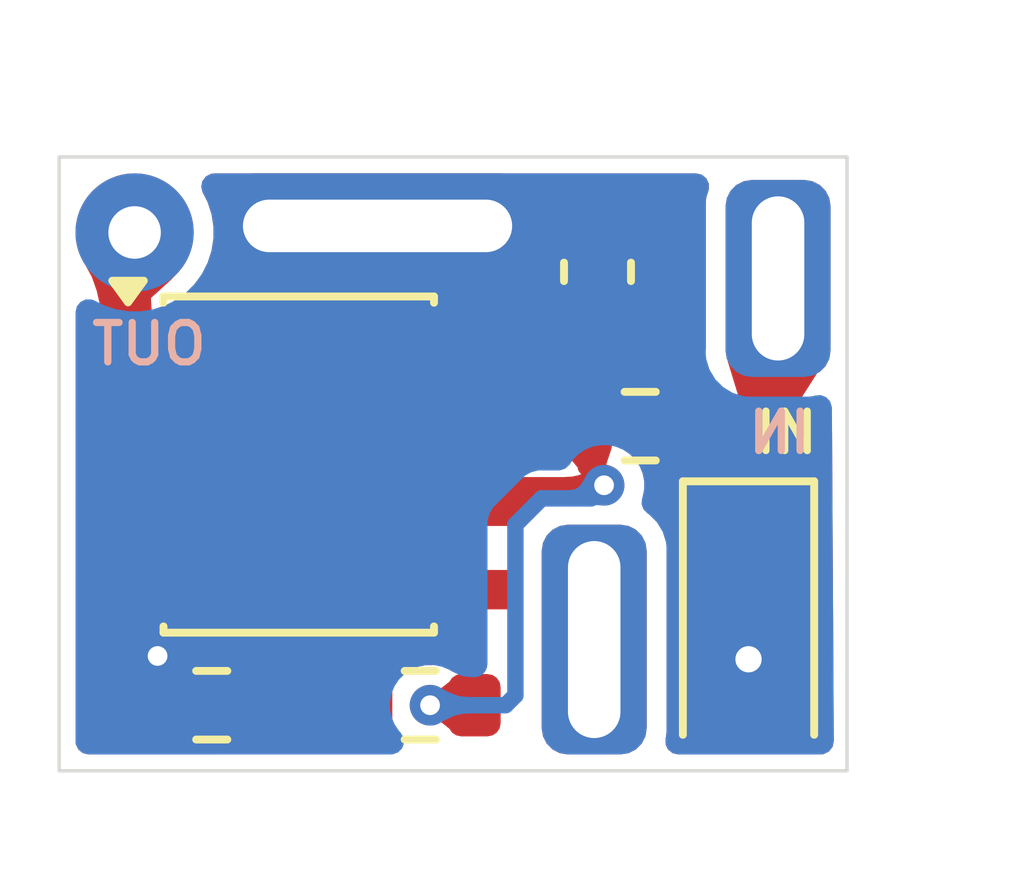
<source format=kicad_pcb>
(kicad_pcb (version 20241229) (generator "pcbnew") (generator_version "9.0")
  (layers (0 "F.Cu" signal) (2 "B.Cu" signal) (13 "F.Paste" user) (15 "B.Paste" user) (5 "F.SilkS" user "F.Silkscreen") (7 "B.SilkS" user "B.Silkscreen") (1 "F.Mask" user) (3 "B.Mask" user) (25 "Edge.Cuts" user))
  (net 0 "")
  (net 1 "GND")
  (net 2 "Net-(D101-K)")
  (net 3 "Net-(U101-Pin_6)")
  (net 4 "Net-(U101-Pin_4)")
  (net 5 "Net-(J102-Pin_1)")
  (footprint "myFoot:MJ-40A" (layer "F.Cu") (at 0 0)
    (property "Reference" "J101")
    (property "Value" "DC_IN" (hide yes))
    (pad "1" thru_hole roundrect (at -0.3 -4.3 270) (size 1.6 4.6) (drill oval 0.8 4.1) (layers "*.Cu" "*.Mask") (net 1 "GND"))
    (pad "2" thru_hole roundrect (at 5.8 -3.5 270) (size 3 1.6) (drill oval 2.5 0.8) (layers "*.Cu" "*.Mask") (net 2 "Net-(D101-K)"))
    (pad "3" thru_hole roundrect (at 3 2) (size 1.6 3.5) (drill oval 0.8 3) (layers "*.Cu" "*.Mask"))
  )
  (footprint "Resistor_SMD:R_0603_1608Metric" (layer "F.Cu") (at 0.35 3 180)
    (property "Reference" "R102" (hide yes))
    (property "Value" "22k" (hide yes))
    (fp_line (start -0.237258 0.5225) (end 0.237258 0.5225) (stroke (width 0.12)) (layer "F.SilkS"))
    (fp_line (start -0.237258 -0.5225) (end 0.237258 -0.5225) (stroke (width 0.12)) (layer "F.SilkS"))
    (pad "1" smd roundrect (at -0.825 0 180) (size 0.8 0.95) (layers "F.Cu" "F.Mask" "F.Paste") (net 3 "Net-(U101-Pin_6)"))
    (pad "2" smd roundrect (at 0.825 0 180) (size 0.8 0.95) (layers "F.Cu" "F.Mask" "F.Paste") (net 4 "Net-(U101-Pin_4)"))
  )
  (footprint "Diode_SMD:D_SOD-123F" (layer "F.Cu") (at 5.35 1.8 -90)
    (property "Reference" "D101" (hide yes))
    (property "Value" "SM4007")
    (fp_line (start -2.21 1) (end 1.65 1) (stroke (width 0.12)) (layer "F.SilkS"))
    (fp_line (start -2.21 -1) (end -2.21 1) (stroke (width 0.12)) (layer "F.SilkS"))
    (fp_line (start -2.21 -1) (end 1.65 -1) (stroke (width 0.12)) (layer "F.SilkS"))
    (pad "1" smd roundrect (at -1.4 0 270) (size 1.1 1.1) (layers "F.Cu" "F.Mask" "F.Paste") (roundrect_rratio 0.2272727273) (net 2 "Net-(D101-K)"))
    (pad "2" smd roundrect (at 1.4 0 270) (size 1.1 1.1) (layers "F.Cu" "F.Mask" "F.Paste") (roundrect_rratio 0.2272727273) (net 1 "GND"))
  )
  (footprint "Capacitor_SMD:C_0603_1608Metric" (layer "F.Cu") (at 3.05 -3.6 90)
    (property "Reference" "C101" (hide yes))
    (property "Value" "100n")
    (fp_line (start -0.14058 -0.51) (end 0.14058 -0.51) (stroke (width 0.12)) (layer "F.SilkS"))
    (fp_line (start -0.14058 0.51) (end 0.14058 0.51) (stroke (width 0.12)) (layer "F.SilkS"))
    (pad "1" smd roundrect (at -0.775 0 90) (size 0.9 0.95) (layers "F.Cu" "F.Mask" "F.Paste") (net 2 "Net-(D101-K)"))
    (pad "2" smd roundrect (at 0.775 0 90) (size 0.9 0.95) (layers "F.Cu" "F.Mask" "F.Paste") (net 1 "GND"))
  )
  (footprint "Resistor_SMD:R_0603_1608Metric" (layer "F.Cu") (at 3.7 -1.25 180)
    (property "Reference" "R101" (hide yes))
    (property "Value" "200k")
    (fp_line (start -0.237258 0.5225) (end 0.237258 0.5225) (stroke (width 0.12)) (layer "F.SilkS"))
    (fp_line (start -0.237258 -0.5225) (end 0.237258 -0.5225) (stroke (width 0.12)) (layer "F.SilkS"))
    (pad "1" smd roundrect (at -0.825 0 180) (size 0.8 0.95) (layers "F.Cu" "F.Mask" "F.Paste") (net 2 "Net-(D101-K)"))
    (pad "2" smd roundrect (at 0.825 0 180) (size 0.8 0.95) (layers "F.Cu" "F.Mask" "F.Paste") (net 3 "Net-(U101-Pin_6)"))
  )
  (footprint "Package_SO:SOIC-8-1EP_3.9x4.9mm_P1.27mm_EP2.62x3.51mm" (layer "F.Cu") (at -1.5 -0.665)
    (property "Reference" "U101" (hide yes))
    (property "Value" "MX25947ES" (hide yes))
    (fp_line (start -2.06 -2.56) (end 2.06 -2.56) (stroke (width 0.12)) (layer "F.SilkS"))
    (fp_line (start -2.06 -2.465) (end -2.06 -2.56) (stroke (width 0.12)) (layer "F.SilkS"))
    (fp_line (start -2.06 2.56) (end -2.06 2.465) (stroke (width 0.12)) (layer "F.SilkS"))
    (fp_line (start 2.06 -2.56) (end 2.06 -2.465) (stroke (width 0.12)) (layer "F.SilkS"))
    (fp_line (start 2.06 2.465) (end 2.06 2.56) (stroke (width 0.12)) (layer "F.SilkS"))
    (fp_line (start 2.06 2.56) (end -2.06 2.56) (stroke (width 0.12)) (layer "F.SilkS"))
    (fp_poly (pts (xy -2.6 -2.47) (xy -2.84 -2.8) (xy -2.36 -2.8)) (stroke (width 0.12)) (fill yes) (layer "F.SilkS"))
    (pad "1" smd roundrect (at -2.5 -1.905) (size 1.8 0.6) (layers "F.Cu" "F.Mask" "F.Paste") (net 5 "Net-(J102-Pin_1)"))
    (pad "2" smd roundrect (at -2.5 -0.635) (size 1.8 0.6) (layers "F.Cu" "F.Mask" "F.Paste") (net 5 "Net-(J102-Pin_1)"))
    (pad "3" smd roundrect (at -2.5 0.635) (size 1.8 0.6) (layers "F.Cu" "F.Mask" "F.Paste"))
    (pad "4" smd roundrect (at -2.5 1.905) (size 1.8 0.6) (layers "F.Cu" "F.Mask" "F.Paste") (net 4 "Net-(U101-Pin_4)"))
    (pad "5" smd roundrect (at 2.5 1.905) (size 1.8 0.6) (layers "F.Cu" "F.Mask" "F.Paste"))
    (pad "6" smd roundrect (at 2.5 0.635) (size 1.8 0.6) (layers "F.Cu" "F.Mask" "F.Paste") (net 3 "Net-(U101-Pin_6)"))
    (pad "7" smd roundrect (at 2.5 -0.635) (size 1.8 0.6) (layers "F.Cu" "F.Mask" "F.Paste") (net 2 "Net-(D101-K)"))
    (pad "8" smd roundrect (at 2.5 -1.905) (size 1.8 0.6) (layers "F.Cu" "F.Mask" "F.Paste") (net 2 "Net-(D101-K)"))
    (pad "9" smd rect (at 0 0) (size 2.6 3.5) (property pad_prop_heatsink) (layers "F.Cu" "F.Mask") (net 1 "GND"))
  )
  (footprint "Connector_PinHeader_2.54mm:PinHeader_1x01_P2.54mm_Vertical" (layer "F.Cu") (at -4 -4.2)
    (property "Reference" "J102" (hide yes))
    (property "Value" "OUT" (hide yes))
    (pad "1" thru_hole circle (at 0 0) (size 1.8 1.8) (drill 0.8) (layers "*.Cu" "*.Mask") (net 5 "Net-(J102-Pin_1)"))
  )
  (footprint "Resistor_SMD:R_0603_1608Metric" (layer "F.Cu") (at -2.825 3 180)
    (property "Reference" "R103" (hide yes))
    (property "Value" "33k" (hide yes))
    (fp_line (start -0.237258 0.5225) (end 0.237258 0.5225) (stroke (width 0.12)) (layer "F.SilkS"))
    (fp_line (start -0.237258 -0.5225) (end 0.237258 -0.5225) (stroke (width 0.12)) (layer "F.SilkS"))
    (pad "1" smd roundrect (at -0.825 0 180) (size 0.8 0.95) (layers "F.Cu" "F.Mask" "F.Paste") (net 4 "Net-(U101-Pin_4)"))
    (pad "2" smd roundrect (at 0.825 0 180) (size 0.8 0.95) (layers "F.Cu" "F.Mask" "F.Paste") (net 1 "GND"))
  )
  (gr_line (start 6.85 -5.35) (end 6.85 4) (stroke (width 0.05)) (layer "Edge.Cuts"))
  (gr_line (start -5.15 -5.35) (end 6.85 -5.35) (stroke (width 0.05)) (layer "Edge.Cuts"))
  (gr_line (start -5.15 4) (end -5.15 -5.35) (stroke (width 0.05)) (layer "Edge.Cuts"))
  (gr_line (start -5.15 4) (end 6.85 4) (stroke (width 0.05)) (layer "Edge.Cuts"))
  (gr_text "IN" (at 5.4 -0.8 0) (layer "F.SilkS") (effects (font (size 0.6 0.6) (thickness 0.11) (bold yes)) (justify left bottom)))
  (gr_text "IN" (at 6.35 -0.8 -0) (layer "B.SilkS") (effects (font (size 0.6 0.6) (thickness 0.11) (bold yes)) (justify left bottom mirror)))
  (gr_text "OUT" (at -2.85 -2.15 -0) (layer "B.SilkS") (effects (font (size 0.6 0.6) (thickness 0.11) (bold yes)) (justify left bottom mirror)))
  (segment (start 5.35 3.2) (end 5.35 2.3) (width 0.5) (layer "F.Cu") (net 1))
  (segment (start -3.65 3) (end -3.65 2.25) (width 0.5) (layer "F.Cu") (net 1))
  (via (at -3.65 2.25) (size 0.62) (drill 0.3) (layers "F.Cu" "B.Cu") (net 1))
  (via (at 5.35 2.3) (size 0.8) (drill 0.4) (layers "F.Cu" "B.Cu") (net 1))
  (segment (start 0.35 -1.35) (end 0.95 -1.35) (width 0.5) (layer "F.Cu") (net 2))
  (segment (start 4.525 -0.375) (end 5.3 0.4) (width 0.5) (layer "F.Cu") (net 2))
  (segment (start 1 -2.57) (end 0.42 -2.57) (width 0.5) (layer "F.Cu") (net 2))
  (segment (start 2.325 -2.825) (end 2.07 -2.57) (width 0.5) (layer "F.Cu") (net 2))
  (segment (start 3.05 -2.8) (end 3.05 -2.825) (width 0.5) (layer "F.Cu") (net 2))
  (segment (start 4.525 -1.25) (end 4.525 -1.325) (width 0.5) (layer "F.Cu") (net 2))
  (segment (start 5.6 -3.3) (end 5.8 -3.5) (width 0.5) (layer "F.Cu") (net 2))
  (segment (start 4.525 -1.325) (end 3.05 -2.8) (width 0.5) (layer "F.Cu") (net 2))
  (segment (start 5.8 -3.5) (end 5.8 -3.1) (width 0.5) (layer "F.Cu") (net 2))
  (segment (start 0.35 -2.5) (end 0.35 -1.35) (width 0.5) (layer "F.Cu") (net 2))
  (segment (start 0.42 -2.57) (end 0.35 -2.5) (width 0.5) (layer "F.Cu") (net 2))
  (segment (start 5.6 0.15) (end 5.6 -3.3) (width 0.5) (layer "F.Cu") (net 2))
  (segment (start 3.05 -2.825) (end 2.325 -2.825) (width 0.5) (layer "F.Cu") (net 2))
  (segment (start 5.35 0.4) (end 5.6 0.15) (width 0.5) (layer "F.Cu") (net 2))
  (segment (start 5.3 0.4) (end 5.35 0.4) (width 0.5) (layer "F.Cu") (net 2))
  (segment (start 0.95 -1.35) (end 1 -1.3) (width 0.5) (layer "F.Cu") (net 2))
  (segment (start 4.525 -1.25) (end 4.525 -0.375) (width 0.5) (layer "F.Cu") (net 2))
  (segment (start 2.07 -2.57) (end 1 -2.57) (width 0.5) (layer "F.Cu") (net 2))
  (segment (start 1.95 -0.35) (end 3.15 -0.35) (width 0.25) (layer "F.Cu") (net 3))
  (segment (start 1.63 -0.03) (end 1.95 -0.35) (width 0.25) (layer "F.Cu") (net 3))
  (segment (start 1.175 3) (end 0.5 3) (width 0.25) (layer "F.Cu") (net 3))
  (segment (start 2.875 -0.625) (end 3.15 -0.35) (width 0.25) (layer "F.Cu") (net 3))
  (segment (start 1 -0.03) (end 1.63 -0.03) (width 0.25) (layer "F.Cu") (net 3))
  (segment (start 2.875 -1.25) (end 2.875 -0.625) (width 0.25) (layer "F.Cu") (net 3))
  (via (at 3.15 -0.35) (size 0.62) (drill 0.3) (layers "F.Cu" "B.Cu") (net 3))
  (via (at 0.5 3) (size 0.62) (drill 0.3) (layers "F.Cu" "B.Cu") (net 3))
  (segment (start 2.2 -0.15) (end 2.95 -0.15) (width 0.25) (layer "B.Cu") (net 3))
  (segment (start 1.8 0.25) (end 2.2 -0.15) (width 0.25) (layer "B.Cu") (net 3))
  (segment (start 1.8 0.25) (end 1.8 2.85) (width 0.25) (layer "B.Cu") (net 3))
  (segment (start 1.65 3) (end 0.5 3) (width 0.25) (layer "B.Cu") (net 3))
  (segment (start 3.15 -0.35) (end 2.95 -0.15) (width 0.25) (layer "B.Cu") (net 3))
  (segment (start 1.8 2.85) (end 1.65 3) (width 0.25) (layer "B.Cu") (net 3))
  (segment (start -3.36 1.24) (end -2.85 1.75) (width 0.25) (layer "F.Cu") (net 4))
  (segment (start -4 1.24) (end -3.36 1.24) (width 0.25) (layer "F.Cu") (net 4))
  (segment (start -2.85 2.15) (end -2 3) (width 0.25) (layer "F.Cu") (net 4))
  (segment (start -2.85 1.75) (end -2.85 2.15) (width 0.25) (layer "F.Cu") (net 4))
  (segment (start -2 3) (end -0.475 3) (width 0.25) (layer "F.Cu") (net 4))
  (segment (start -4 -4.2) (end -4 -2.57) (width 0.5) (layer "F.Cu") (net 5))
  (segment (start -3.35 -1.3) (end -3.35 -2.6) (width 0.5) (layer "F.Cu") (net 5))
  (segment (start -3.38 -2.57) (end -3.35 -2.6) (width 0.5) (layer "F.Cu") (net 5))
  (segment (start -4 -2.57) (end -3.38 -2.57) (width 0.5) (layer "F.Cu") (net 5))
  (segment (start -4 -1.3) (end -3.35 -1.3) (width 0.5) (layer "F.Cu") (net 5))
  (zone (net 1) (net_name "GND") (layers "F.Cu" "B.Cu") (connect_pads yes (clearance 0.3)) (min_thickness 0.4) (fill yes (thermal_gap 0.5) (thermal_bridge_width 0.5))
    (polygon (pts (xy -4.9 -5.1) (xy -4.9 3.75) (xy 6.65 3.75) (xy 6.6 -5.1)))
  )
)
</source>
